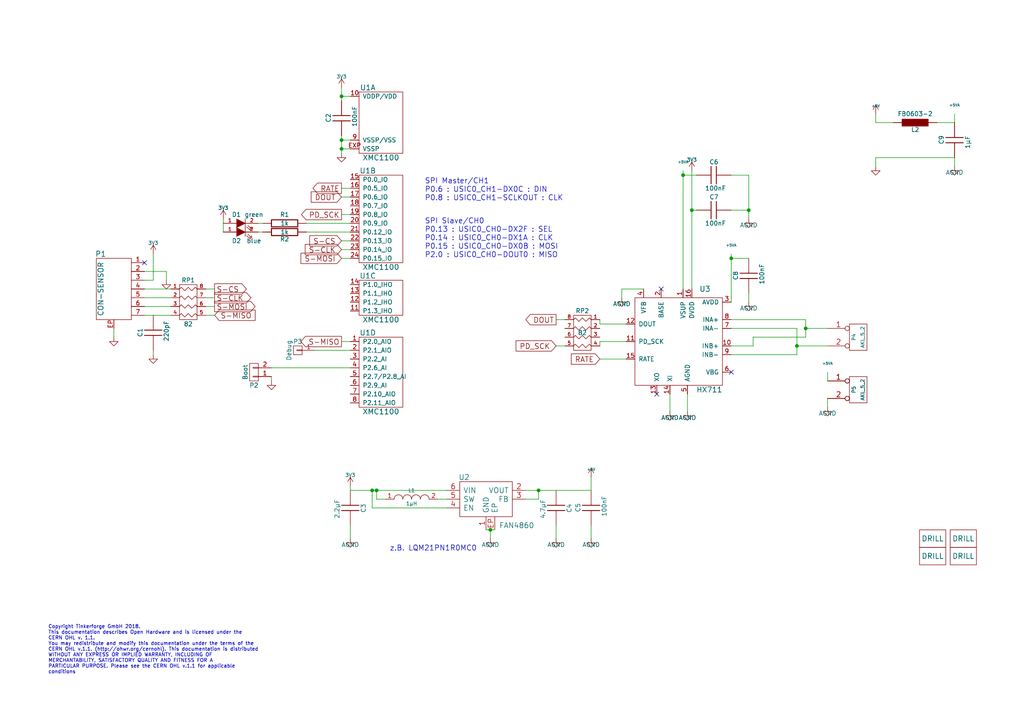
<source format=kicad_sch>
(kicad_sch (version 20230121) (generator eeschema)
  (paper "A4")
  (title_block (title "Load Cell Bricklet") (date "2018-01-11") (rev "2.0") (company "Tinkerforge GmbH") (comment 1 "Licensed under CERN OHL v.1.1") (comment 2 "Copyright (©) 2018, B.Nordmeyer <bastian@tinkerforge.com>"))
  (lib_symbols
    (symbol "tinkerforge:+5V" (power) (pin_names (offset 0))
      (property "Value" "+5V" (at 0 3.556 0))
      (symbol "+5V_0_1"
        (polyline (pts (xy -0.762 1.27) (xy 0 2.54)))
        (polyline (pts (xy 0 0) (xy 0 2.54)))
        (polyline (pts (xy 0 2.54) (xy 0.762 1.27)))
      )
      (symbol "+5V_1_1"
        (pin power_in line (at 0 0 90) (length 0) hide (name "+5V") (number "1"))
      )
    )
    (symbol "tinkerforge:3V3" (power) (pin_names (offset 0))
      (property "Value" "3V3" (at 0 3.556 0))
      (symbol "3V3_0_1"
        (polyline (pts (xy -0.762 1.27) (xy 0 2.54)))
        (polyline (pts (xy 0 0) (xy 0 2.54)))
        (polyline (pts (xy 0 2.54) (xy 0.762 1.27)))
      )
      (symbol "3V3_1_1"
        (pin power_in line (at 0 0 90) (length 0) hide (name "3V3") (number "1"))
      )
    )
    (symbol "tinkerforge:AGND" (power) (pin_names (offset 0))
      (property "Value" "AGND" (at 0 -5.08 0))
      (symbol "AGND_0_1"
        (polyline (pts (xy 0 0) (xy 0 -1.27) (xy 1.27 -1.27) (xy 0 -2.54) (xy -1.27 -1.27) (xy 0 -1.27)))
      )
      (symbol "AGND_1_1"
        (pin power_in line (at 0 0 270) (length 0) hide (name "AGND") (number "1"))
      )
    )
    (symbol "tinkerforge:C" (pin_numbers hide) (pin_names (offset 0.254))
      (property "Reference" "C" (at 1.27 2.54 0))
      (property "Value" "C" (at 1.27 -2.54 0))
      (symbol "C_0_1"
        (polyline (pts (xy -2.54 -0.762) (xy 2.54 -0.762)) (stroke (width 0.254)))
        (polyline (pts (xy -2.54 0.762) (xy 2.54 0.762)) (stroke (width 0.254)))
      )
      (symbol "C_1_1"
        (pin passive line (at 0 5.08 270) (length 4.318) (name "~") (number "1"))
        (pin passive line (at 0 -5.08 90) (length 4.318) (name "~") (number "2"))
      )
    )
    (symbol "tinkerforge:CON-SENSOR2" (pin_names (offset 1.016))
      (property "Reference" "P" (at -3.81 10.16 0))
      (property "Value" "CON-SENSOR2" (at 3.81 0 90))
      (symbol "CON-SENSOR2_0_1"
        (rectangle (start -5.08 8.89) (end 5.08 -8.89))
      )
      (symbol "CON-SENSOR2_1_1"
        (pin passive line (at -8.89 7.62 0) (length 3.81) (name "~") (number "1"))
        (pin passive line (at -8.89 5.08 0) (length 3.81) (name "~") (number "2"))
        (pin passive line (at -8.89 2.54 0) (length 3.81) (name "~") (number "3"))
        (pin passive line (at -8.89 0 0) (length 3.81) (name "~") (number "4"))
        (pin passive line (at -8.89 -2.54 0) (length 3.81) (name "~") (number "5"))
        (pin passive line (at -8.89 -5.08 0) (length 3.81) (name "~") (number "6"))
        (pin passive line (at -8.89 -7.62 0) (length 3.81) (name "~") (number "7"))
        (pin passive line (at 0 -11.43 90) (length 2.54) (name "~") (number "EP"))
      )
    )
    (symbol "tinkerforge:CONN_01X01" (pin_names (offset 1.016) hide)
      (property "Reference" "P" (at 0 2.54 0))
      (property "Value" "CONN_01X01" (at 2.54 0 90))
      (symbol "CONN_01X01_0_1"
        (rectangle (start -1.27 0.127) (end 0.254 -0.127))
        (rectangle (start -1.27 1.27) (end 1.27 -1.27))
      )
      (symbol "CONN_01X01_1_1"
        (pin passive line (at -5.08 0 0) (length 3.81) (name "P1") (number "1"))
      )
    )
    (symbol "tinkerforge:CONN_01X02" (pin_names (offset 1.016) hide)
      (property "Reference" "P" (at 0 3.81 0))
      (property "Value" "CONN_01X02" (at 2.54 0 90))
      (symbol "CONN_01X02_0_1"
        (rectangle (start -1.27 -1.143) (end 0.254 -1.397))
        (rectangle (start -1.27 1.397) (end 0.254 1.143))
        (rectangle (start -1.27 2.54) (end 1.27 -2.54))
      )
      (symbol "CONN_01X02_1_1"
        (pin passive line (at -5.08 1.27 0) (length 3.81) (name "P1") (number "1"))
        (pin passive line (at -5.08 -1.27 0) (length 3.81) (name "P2") (number "2"))
      )
    )
    (symbol "tinkerforge:CONN_2" (pin_names (offset 1.016) hide)
      (property "Reference" "P" (at -1.27 0 90))
      (property "Value" "CONN_2" (at 1.27 0 90))
      (symbol "CONN_2_0_1"
        (rectangle (start -2.54 3.81) (end 2.54 -3.81))
      )
      (symbol "CONN_2_1_1"
        (pin passive inverted (at -8.89 2.54 0) (length 6.35) (name "P1") (number "1"))
        (pin passive inverted (at -8.89 -2.54 0) (length 6.35) (name "PM") (number "2"))
      )
    )
    (symbol "tinkerforge:DRILL" (pin_numbers hide) (pin_names (offset 0) hide)
      (property "Value" "DRILL" (at 0 0 0))
      (symbol "DRILL_0_1"
        (rectangle (start -3.81 2.54) (end 3.81 -2.54))
      )
    )
    (symbol "tinkerforge:FAN4860" (pin_names (offset 1.016))
      (property "Reference" "U" (at -6.35 6.35 0))
      (property "Value" "FAN4860" (at 8.89 -7.62 0))
      (symbol "FAN4860_0_1"
        (rectangle (start -7.62 5.08) (end 7.62 -5.08))
      )
      (symbol "FAN4860_1_1"
        (pin passive line (at 0 -8.89 90) (length 3.81) (name "GND") (number "1"))
        (pin passive line (at 11.43 2.54 180) (length 3.81) (name "VOUT") (number "2"))
        (pin passive line (at 11.43 0 180) (length 3.81) (name "FB") (number "3"))
        (pin passive line (at -11.43 -2.54 0) (length 3.81) (name "EN") (number "4"))
        (pin passive line (at -11.43 0 0) (length 3.81) (name "SW") (number "5"))
        (pin passive line (at -11.43 2.54 0) (length 3.81) (name "VIN") (number "6"))
        (pin passive line (at 2.54 -8.89 90) (length 3.81) (name "EP") (number "EP"))
      )
    )
    (symbol "tinkerforge:GND" (power) (pin_names (offset 0))
      (property "Value" "GND" (at 0 -5.08 0))
      (symbol "GND_0_1"
        (polyline (pts (xy 0 0) (xy 0 -1.27) (xy 1.27 -1.27) (xy 0 -2.54) (xy -1.27 -1.27) (xy 0 -1.27)))
      )
      (symbol "GND_1_1"
        (pin power_in line (at 0 0 270) (length 0) hide (name "GND") (number "1"))
      )
    )
    (symbol "tinkerforge:HX711" (pin_names (offset 1.016))
      (property "Reference" "U" (at 7.62 15.24 0))
      (property "Value" "HX711" (at 8.89 -13.97 0))
      (symbol "HX711_0_1"
        (rectangle (start -12.7 12.7) (end 12.7 -12.7))
      )
      (symbol "HX711_1_1"
        (pin input line (at 1.27 15.24 270) (length 2.54) (name "VSUP") (number "1"))
        (pin input line (at 15.24 -1.27 180) (length 2.54) (name "INB+") (number "10"))
        (pin input line (at -15.24 0 0) (length 2.54) (name "PD_SCK") (number "11"))
        (pin input line (at -15.24 5.08 0) (length 2.54) (name "DOUT") (number "12"))
        (pin input line (at -6.35 -15.24 90) (length 2.54) (name "XO") (number "13"))
        (pin input line (at -2.54 -15.24 90) (length 2.54) (name "XI") (number "14"))
        (pin input line (at -15.24 -5.08 0) (length 2.54) (name "RATE") (number "15"))
        (pin input line (at 3.81 15.24 270) (length 2.54) (name "DVDD") (number "16"))
        (pin input line (at -5.08 15.24 270) (length 2.54) (name "BASE") (number "2"))
        (pin input line (at 15.24 11.43 180) (length 2.54) (name "AVDD") (number "3"))
        (pin input line (at -10.16 15.24 270) (length 2.54) (name "VFB") (number "4"))
        (pin input line (at 2.54 -15.24 90) (length 2.54) (name "AGND") (number "5"))
        (pin input line (at 15.24 -8.89 180) (length 2.54) (name "VBG") (number "6"))
        (pin input line (at 15.24 3.81 180) (length 2.54) (name "INA-") (number "7"))
        (pin input line (at 15.24 6.35 180) (length 2.54) (name "INA+") (number "8"))
        (pin input line (at 15.24 -3.81 180) (length 2.54) (name "INB-") (number "9"))
      )
    )
    (symbol "tinkerforge:INDUCT" (pin_numbers hide) (pin_names (offset 0))
      (property "Reference" "L" (at 2.032 0 90))
      (property "Value" "INDUCT" (at -2.54 0 90))
      (symbol "INDUCT_0_1"
        (rectangle (start -1.016 3.81) (end 1.016 -3.81) (fill (type outline)))
      )
      (symbol "INDUCT_1_1"
        (pin passive line (at 0 6.35 270) (length 2.54) (name "~") (number "1"))
        (pin passive line (at 0 -6.35 90) (length 2.54) (name "~") (number "2"))
      )
    )
    (symbol "tinkerforge:INDUCTOR" (pin_names (offset 1.016))
      (property "Reference" "L" (at 0 2.54 0))
      (property "Value" "INDUCTOR" (at 0 -2.54 0))
      (symbol "INDUCTOR_0_1"
        (arc (start -2.54 0) (mid -3.81 1.2645) (end -5.08 0))
        (arc (start 0 0) (mid -1.27 1.2645) (end -2.54 0))
        (arc (start 2.54 0) (mid 1.27 1.2645) (end 0 0))
        (arc (start 5.08 0) (mid 3.81 1.2645) (end 2.54 0))
      )
      (symbol "INDUCTOR_1_1"
        (pin input line (at -7.62 0 0) (length 2.54) (name "~") (number "1"))
        (pin input line (at 7.62 0 180) (length 2.54) (name "~") (number "2"))
      )
    )
    (symbol "tinkerforge:LED" (pin_names (offset 1.016) hide)
      (property "Reference" "D" (at 0 2.54 0))
      (property "Value" "LED" (at 0 -2.54 0))
      (symbol "LED_0_1"
        (polyline (pts (xy 1.27 1.27) (xy 1.27 -1.27)))
        (polyline (pts (xy -1.27 1.27) (xy 1.27 0) (xy -1.27 -1.27)) (fill (type outline)))
        (polyline (pts (xy 1.651 -1.016) (xy 2.794 -2.032) (xy 2.667 -1.397)))
        (polyline (pts (xy 2.032 -0.635) (xy 3.175 -1.651) (xy 3.048 -1.016)))
      )
      (symbol "LED_1_1"
        (pin passive line (at -5.08 0 0) (length 3.81) (name "A") (number "1"))
        (pin passive line (at 5.08 0 180) (length 3.81) (name "K") (number "2"))
      )
    )
    (symbol "tinkerforge:R" (pin_numbers hide) (pin_names (offset 0))
      (property "Reference" "R" (at 2.032 0 90))
      (property "Value" "R" (at 0 0 90))
      (symbol "R_0_1"
        (rectangle (start -1.016 3.81) (end 1.016 -3.81) (stroke (width 0.3048)))
      )
      (symbol "R_1_1"
        (pin passive line (at 0 6.35 270) (length 2.54) (name "~") (number "1"))
        (pin passive line (at 0 -6.35 90) (length 2.54) (name "~") (number "2"))
      )
    )
    (symbol "tinkerforge:R_PACK4" (pin_names hide)
      (property "Reference" "RP" (at 0 11.43 0))
      (property "Value" "R_PACK4" (at 0 -1.27 0))
      (symbol "R_PACK4_0_1"
        (polyline (pts (xy -2.54 10.16) (xy -2.54 0) (xy 2.54 0) (xy 2.54 10.16) (xy -2.54 10.16)))
        (polyline (pts (xy -2.54 1.27) (xy -2.032 1.778) (xy -1.016 0.762) (xy 0 1.778) (xy 1.016 0.762) (xy 2.032 1.778) (xy 2.54 1.27)))
        (polyline (pts (xy -2.54 3.81) (xy -2.032 4.318) (xy -1.016 3.302) (xy 0 4.318) (xy 1.016 3.302) (xy 2.032 4.318) (xy 2.54 3.81)))
        (polyline (pts (xy -2.54 6.35) (xy -2.032 6.858) (xy -1.016 5.842) (xy 0 6.858) (xy 1.016 5.842) (xy 2.032 6.858) (xy 2.54 6.35)))
        (polyline (pts (xy -2.54 8.89) (xy -2.032 9.398) (xy -1.016 8.382) (xy 0 9.398) (xy 1.016 8.382) (xy 2.032 9.398) (xy 2.54 8.89)))
      )
      (symbol "R_PACK4_1_1"
        (pin passive line (at -5.08 8.89 0) (length 2.54) (name "P1") (number "1"))
        (pin passive line (at -5.08 6.35 0) (length 2.54) (name "P2") (number "2"))
        (pin passive line (at -5.08 3.81 0) (length 2.54) (name "P3") (number "3"))
        (pin passive line (at -5.08 1.27 0) (length 2.54) (name "P4") (number "4"))
        (pin passive line (at 5.08 1.27 180) (length 2.54) (name "R4") (number "5"))
        (pin passive line (at 5.08 3.81 180) (length 2.54) (name "R3") (number "6"))
        (pin passive line (at 5.08 6.35 180) (length 2.54) (name "R2") (number "7"))
        (pin passive line (at 5.08 8.89 180) (length 2.54) (name "R1") (number "8"))
      )
    )
    (symbol "tinkerforge:XMC1XXX24" (pin_names (offset 1.016))
      (property "Reference" "U" (at -3.81 15.24 0))
      (property "Value" "XMC1XXX24" (at 0 -16.51 0))
      (symbol "XMC1XXX24_1_1"
        (rectangle (start -6.35 8.89) (end 6.35 -8.89))
        (pin passive line (at -8.89 7.62 0) (length 2.54) (name "VDDP/VDD") (number "10"))
        (pin passive line (at -8.89 -5.08 0) (length 2.54) (name "VSSP/VSS") (number "9"))
        (pin passive line (at -8.89 -7.62 0) (length 2.54) (name "VSSP") (number "EXP"))
      )
      (symbol "XMC1XXX24_2_1"
        (rectangle (start -6.35 12.7) (end 6.35 -12.7))
        (pin passive line (at -8.89 11.43 0) (length 2.54) (name "P0.0_IO") (number "15"))
        (pin passive line (at -8.89 8.89 0) (length 2.54) (name "P0.5_IO") (number "16"))
        (pin passive line (at -8.89 6.35 0) (length 2.54) (name "P0.6_IO") (number "17"))
        (pin passive line (at -8.89 3.81 0) (length 2.54) (name "P0.7_IO") (number "18"))
        (pin passive line (at -8.89 1.27 0) (length 2.54) (name "P0.8_IO") (number "19"))
        (pin passive line (at -8.89 -1.27 0) (length 2.54) (name "P0.9_IO") (number "20"))
        (pin passive line (at -8.89 -3.81 0) (length 2.54) (name "P0.12_IO") (number "21"))
        (pin passive line (at -8.89 -6.35 0) (length 2.54) (name "P0.13_IO") (number "22"))
        (pin passive line (at -8.89 -8.89 0) (length 2.54) (name "P0.14_IO") (number "23"))
        (pin passive line (at -8.89 -11.43 0) (length 2.54) (name "P0.15_IO") (number "24"))
      )
      (symbol "XMC1XXX24_3_1"
        (rectangle (start -6.35 5.08) (end 6.35 -5.08))
        (pin passive line (at -8.89 -3.81 0) (length 2.54) (name "P1.3_IHO") (number "11"))
        (pin passive line (at -8.89 -1.27 0) (length 2.54) (name "P1.2_IHO") (number "12"))
        (pin passive line (at -8.89 1.27 0) (length 2.54) (name "P1.1_IHO") (number "13"))
        (pin passive line (at -8.89 3.81 0) (length 2.54) (name "P1.0_IHO") (number "14"))
      )
      (symbol "XMC1XXX24_4_1"
        (rectangle (start -6.35 10.16) (end 6.35 -10.16))
        (pin passive line (at -8.89 8.89 0) (length 2.54) (name "P2.0_AIO") (number "1"))
        (pin passive line (at -8.89 6.35 0) (length 2.54) (name "P2.1_AIO") (number "2"))
        (pin passive line (at -8.89 3.81 0) (length 2.54) (name "P2.2_AI") (number "3"))
        (pin passive line (at -8.89 1.27 0) (length 2.54) (name "P2.6_AI") (number "4"))
        (pin passive line (at -8.89 -1.27 0) (length 2.54) (name "P2.7/P2.8_AI") (number "5"))
        (pin passive line (at -8.89 -3.81 0) (length 2.54) (name "P2.9_AI") (number "6"))
        (pin passive line (at -8.89 -6.35 0) (length 2.54) (name "P2.10_AIO") (number "7"))
        (pin passive line (at -8.89 -8.89 0) (length 2.54) (name "P2.11_AIO") (number "8"))
      )
    )
  )
  (junction (at 142.24 153.67))
  (junction (at 200.66 60.96))
  (junction (at 233.68 95.25))
  (junction (at 107.95 142.24))
  (junction (at 109.22 142.24))
  (junction (at 231.14 100.33))
  (junction (at 99.06 27.94))
  (junction (at 212.09 74.93))
  (junction (at 198.12 50.8))
  (junction (at 99.06 40.64))
  (junction (at 156.21 142.24))
  (junction (at 99.06 43.18))
  (junction (at 217.17 60.96))
  (no_connect (at 212.09 107.95))
  (no_connect (at 41.91 76.2))
  (no_connect (at 190.5 114.3))
  (no_connect (at 191.77 83.82))
  (wire (pts (xy 194.31 119.38) (xy 194.31 114.3)))
  (wire (pts (xy 64.77 63.5) (xy 64.77 67.31)))
  (wire (pts (xy 101.6 27.94) (xy 99.06 27.94)))
  (wire (pts (xy 173.99 104.14) (xy 181.61 104.14)))
  (wire (pts (xy 254 48.26) (xy 254 45.72)))
  (wire (pts (xy 212.09 74.93) (xy 212.09 87.63)))
  (wire (pts (xy 107.95 142.24) (xy 109.22 142.24)))
  (wire (pts (xy 259.08 35.56) (xy 254 35.56)))
  (wire (pts (xy 107.95 147.32) (xy 107.95 142.24)))
  (wire (pts (xy 200.66 60.96) (xy 200.66 83.82)))
  (wire (pts (xy 233.68 95.25) (xy 233.68 92.71)))
  (wire (pts (xy 198.12 50.8) (xy 201.93 50.8)))
  (wire (pts (xy 181.61 99.06) (xy 173.99 99.06)))
  (wire (pts (xy 161.29 100.33) (xy 163.83 100.33)))
  (wire (pts (xy 129.54 147.32) (xy 107.95 147.32)))
  (wire (pts (xy 99.06 99.06) (xy 101.6 99.06)))
  (wire (pts (xy 101.6 74.93) (xy 99.06 74.93)))
  (wire (pts (xy 76.2 64.77) (xy 74.93 64.77)))
  (wire (pts (xy 233.68 92.71) (xy 212.09 92.71)))
  (wire (pts (xy 49.53 88.9) (xy 41.91 88.9)))
  (wire (pts (xy 240.03 118.11) (xy 240.03 115.57)))
  (wire (pts (xy 218.44 97.79) (xy 233.68 97.79)))
  (wire (pts (xy 101.6 156.21) (xy 101.6 152.4)))
  (wire (pts (xy 109.22 142.24) (xy 129.54 142.24)))
  (wire (pts (xy 240.03 110.49) (xy 240.03 107.95)))
  (wire (pts (xy 41.91 91.44) (xy 49.53 91.44)))
  (wire (pts (xy 161.29 92.71) (xy 163.83 92.71)))
  (wire (pts (xy 101.6 40.64) (xy 99.06 40.64)))
  (wire (pts (xy 200.66 49.53) (xy 200.66 60.96)))
  (wire (pts (xy 62.23 91.44) (xy 59.69 91.44)))
  (wire (pts (xy 200.66 60.96) (xy 201.93 60.96)))
  (wire (pts (xy 231.14 102.87) (xy 212.09 102.87)))
  (wire (pts (xy 217.17 50.8) (xy 217.17 60.96)))
  (wire (pts (xy 49.53 83.82) (xy 41.91 83.82)))
  (wire (pts (xy 33.02 97.79) (xy 33.02 95.25)))
  (wire (pts (xy 78.74 110.49) (xy 78.74 109.22)))
  (wire (pts (xy 62.23 88.9) (xy 59.69 88.9)))
  (wire (pts (xy 59.69 86.36) (xy 62.23 86.36)))
  (wire (pts (xy 231.14 95.25) (xy 231.14 100.33)))
  (wire (pts (xy 41.91 86.36) (xy 49.53 86.36)))
  (wire (pts (xy 99.06 69.85) (xy 101.6 69.85)))
  (wire (pts (xy 140.97 153.67) (xy 142.24 153.67)))
  (wire (pts (xy 171.45 142.24) (xy 171.45 138.43)))
  (wire (pts (xy 62.23 83.82) (xy 59.69 83.82)))
  (wire (pts (xy 212.09 50.8) (xy 217.17 50.8)))
  (wire (pts (xy 101.6 57.15) (xy 99.06 57.15)))
  (wire (pts (xy 276.86 45.72) (xy 276.86 48.26)))
  (wire (pts (xy 199.39 119.38) (xy 199.39 114.3)))
  (wire (pts (xy 101.6 140.97) (xy 101.6 142.24)))
  (wire (pts (xy 173.99 93.98) (xy 173.99 92.71)))
  (wire (pts (xy 142.24 153.67) (xy 142.24 156.21)))
  (wire (pts (xy 101.6 142.24) (xy 107.95 142.24)))
  (wire (pts (xy 171.45 156.21) (xy 171.45 152.4)))
  (wire (pts (xy 152.4 142.24) (xy 156.21 142.24)))
  (wire (pts (xy 173.99 93.98) (xy 181.61 93.98)))
  (wire (pts (xy 217.17 60.96) (xy 217.17 63.5)))
  (wire (pts (xy 218.44 100.33) (xy 218.44 97.79)))
  (wire (pts (xy 99.06 44.45) (xy 99.06 43.18)))
  (wire (pts (xy 99.06 27.94) (xy 99.06 29.21)))
  (wire (pts (xy 48.26 78.74) (xy 41.91 78.74)))
  (wire (pts (xy 101.6 72.39) (xy 99.06 72.39)))
  (wire (pts (xy 156.21 142.24) (xy 171.45 142.24)))
  (wire (pts (xy 276.86 33.02) (xy 276.86 35.56)))
  (wire (pts (xy 101.6 67.31) (xy 88.9 67.31)))
  (wire (pts (xy 99.06 43.18) (xy 99.06 40.64)))
  (wire (pts (xy 276.86 35.56) (xy 271.78 35.56)))
  (wire (pts (xy 129.54 144.78) (xy 127 144.78)))
  (wire (pts (xy 74.93 67.31) (xy 76.2 67.31)))
  (wire (pts (xy 254 35.56) (xy 254 33.02)))
  (wire (pts (xy 254 45.72) (xy 276.86 45.72)))
  (wire (pts (xy 48.26 78.74) (xy 48.26 81.28)))
  (wire (pts (xy 212.09 73.66) (xy 212.09 74.93)))
  (wire (pts (xy 41.91 81.28) (xy 44.45 81.28)))
  (wire (pts (xy 111.76 144.78) (xy 109.22 144.78)))
  (wire (pts (xy 233.68 95.25) (xy 240.03 95.25)))
  (wire (pts (xy 231.14 100.33) (xy 240.03 100.33)))
  (wire (pts (xy 212.09 100.33) (xy 218.44 100.33)))
  (wire (pts (xy 198.12 49.53) (xy 198.12 50.8)))
  (wire (pts (xy 99.06 40.64) (xy 99.06 39.37)))
  (wire (pts (xy 161.29 156.21) (xy 161.29 152.4)))
  (wire (pts (xy 109.22 144.78) (xy 109.22 142.24)))
  (wire (pts (xy 99.06 54.61) (xy 101.6 54.61)))
  (wire (pts (xy 212.09 74.93) (xy 217.17 74.93)))
  (wire (pts (xy 101.6 62.23) (xy 99.06 62.23)))
  (wire (pts (xy 44.45 102.87) (xy 44.45 101.6)))
  (wire (pts (xy 142.24 153.67) (xy 143.51 153.67)))
  (wire (pts (xy 186.69 83.82) (xy 180.34 83.82)))
  (wire (pts (xy 152.4 144.78) (xy 156.21 144.78)))
  (wire (pts (xy 173.99 99.06) (xy 173.99 100.33)))
  (wire (pts (xy 233.68 97.79) (xy 233.68 95.25)))
  (wire (pts (xy 217.17 87.63) (xy 217.17 85.09)))
  (wire (pts (xy 101.6 101.6) (xy 91.44 101.6)))
  (wire (pts (xy 44.45 81.28) (xy 44.45 73.66)))
  (wire (pts (xy 101.6 43.18) (xy 99.06 43.18)))
  (wire (pts (xy 156.21 144.78) (xy 156.21 142.24)))
  (wire (pts (xy 99.06 25.4) (xy 99.06 27.94)))
  (wire (pts (xy 212.09 95.25) (xy 231.14 95.25)))
  (wire (pts (xy 231.14 100.33) (xy 231.14 102.87)))
  (wire (pts (xy 198.12 50.8) (xy 198.12 83.82)))
  (wire (pts (xy 88.9 64.77) (xy 101.6 64.77)))
  (wire (pts (xy 180.34 83.82) (xy 180.34 86.36)))
  (wire (pts (xy 212.09 60.96) (xy 217.17 60.96)))
  (wire (pts (xy 78.74 106.68) (xy 101.6 106.68)))
  (text "Copyright Tinkerforge GmbH 2018.\nThis documentation describes Open Hardware and is licensed under the\nCERN OHL v. 1.1.\nYou may redistribute and modify this documentation under the terms of the\nCERN OHL v.1.1. (http://ohwr.org/cernohl). This documentation is distributed\nWITHOUT ANY EXPRESS OR IMPLIED WARRANTY, INCLUDING OF\nMERCHANTABILITY, SATISFACTORY QUALITY AND FITNESS FOR A\nPARTICULAR PURPOSE. Please see the CERN OHL v.1.1 for applicable\nconditions\n" (at 13.97 195.58 0) (effects (font (size 1.016 1.016)) (justify left bottom)))
  (text "z.B. LQM21PN1R0MC0" (at 113.03 160.02 0) (effects (font (size 1.524 1.524)) (justify left bottom)))
  (text "SPI Master/CH1\nP0.6 : USIC0_CH1-DX0C : DIN\nP0.8 : USIC0_CH1-SCLKOUT : CLK" (at 123.19 58.42 0) (effects (font (size 1.524 1.524)) (justify left bottom)))
  (text "SPI Slave/CH0\nP0.13 : USIC0_CH0-DX2F : SEL\nP0.14 : USIC0_CH0-DX1A : CLK\nP0.15 : USIC0_CH0-DX0B : MOSI\nP2.0 : USIC0_CH0-DOUT0 : MISO" (at 123.19 74.93 0) (effects (font (size 1.524 1.524)) (justify left bottom)))
  (global_label "S-MISO" (shape input) (at 62.23 91.44 0) (effects (font (size 1.524 1.524))) (property "Intersheetrefs" "${INTERSHEET_REFS}" (effects hide)))
  (global_label "RATE" (shape output) (at 99.06 54.61 180) (effects (font (size 1.524 1.524))) (property "Intersheetrefs" "${INTERSHEET_REFS}" (effects hide)))
  (global_label "S-MOSI" (shape input) (at 99.06 74.93 180) (effects (font (size 1.524 1.524))) (property "Intersheetrefs" "${INTERSHEET_REFS}" (effects hide)))
  (global_label "S-MISO" (shape output) (at 99.06 99.06 180) (effects (font (size 1.524 1.524))) (property "Intersheetrefs" "${INTERSHEET_REFS}" (effects hide)))
  (global_label "S-MOSI" (shape output) (at 62.23 88.9 0) (effects (font (size 1.524 1.524))) (property "Intersheetrefs" "${INTERSHEET_REFS}" (effects hide)))
  (global_label "DOUT" (shape output) (at 161.29 92.71 180) (effects (font (size 1.524 1.524))) (property "Intersheetrefs" "${INTERSHEET_REFS}" (effects hide)))
  (global_label "PD_SCK" (shape input) (at 161.29 100.33 180) (effects (font (size 1.524 1.524))) (property "Intersheetrefs" "${INTERSHEET_REFS}" (effects hide)))
  (global_label "S-CLK" (shape input) (at 99.06 72.39 180) (effects (font (size 1.524 1.524))) (property "Intersheetrefs" "${INTERSHEET_REFS}" (effects hide)))
  (global_label "PD_SCK" (shape output) (at 99.06 62.23 180) (effects (font (size 1.524 1.524))) (property "Intersheetrefs" "${INTERSHEET_REFS}" (effects hide)))
  (global_label "RATE" (shape input) (at 173.99 104.14 180) (effects (font (size 1.524 1.524))) (property "Intersheetrefs" "${INTERSHEET_REFS}" (effects hide)))
  (global_label "S-CLK" (shape output) (at 62.23 86.36 0) (effects (font (size 1.524 1.524))) (property "Intersheetrefs" "${INTERSHEET_REFS}" (effects hide)))
  (global_label "S-CS" (shape output) (at 62.23 83.82 0) (effects (font (size 1.524 1.524))) (property "Intersheetrefs" "${INTERSHEET_REFS}" (effects hide)))
  (global_label "S-CS" (shape input) (at 99.06 69.85 180) (effects (font (size 1.524 1.524))) (property "Intersheetrefs" "${INTERSHEET_REFS}" (effects hide)))
  (global_label "DOUT" (shape input) (at 99.06 57.15 180) (effects (font (size 1.524 1.524))) (property "Intersheetrefs" "${INTERSHEET_REFS}" (effects hide)))
  (symbol (lib_id "tinkerforge:CON-SENSOR2") (at 33.02 83.82 0) (mirror y) (unit 1)
    (property "Reference" "P1" (at 29.21 73.66 0) (effects (font (size 1.524 1.524))))
    (property "Value" "CON-SENSOR" (at 29.21 83.82 90) (effects (font (size 1.524 1.524))))
    (property "Footprint" "kicad-libraries:CON-SENSOR2" (effects hide))
  )
  (symbol (lib_id "tinkerforge:GND") (at 33.02 97.79 0) (unit 1)
    (property "Reference" "#PWR02" (effects hide))
    (property "Value" "GND" (effects hide))
  )
  (symbol (lib_id "tinkerforge:GND") (at 48.26 81.28 0) (unit 1)
    (property "Reference" "#PWR01" (effects hide))
    (property "Value" "GND" (effects hide))
  )
  (symbol (lib_id "tinkerforge:CONN_2") (at 248.92 113.03 0) (unit 1)
    (property "Reference" "P5" (at 247.65 113.03 90) (effects (font (size 1.016 1.016))))
    (property "Value" "AKL_5_2" (at 250.19 113.03 90) (effects (font (size 1.016 1.016))))
    (property "Footprint" "kicad-libraries:AKL_5_2" (effects hide))
  )
  (symbol (lib_id "tinkerforge:DRILL") (at 279.4 156.21 0) (unit 1)
    (property "Reference" "U6" (effects hide))
    (property "Value" "DRILL" (at 279.4 156.21 0) (effects (font (size 1.524 1.524))))
    (property "Footprint" "kicad-libraries:DRILL_NP" (effects hide))
  )
  (symbol (lib_id "tinkerforge:DRILL") (at 279.4 161.29 0) (unit 1)
    (property "Reference" "U7" (effects hide))
    (property "Value" "DRILL" (at 279.4 161.29 0) (effects (font (size 1.524 1.524))))
    (property "Footprint" "kicad-libraries:DRILL_NP" (effects hide))
  )
  (symbol (lib_id "tinkerforge:DRILL") (at 270.51 161.29 0) (unit 1)
    (property "Reference" "U5" (effects hide))
    (property "Value" "DRILL" (at 270.51 161.29 0) (effects (font (size 1.524 1.524))))
    (property "Footprint" "kicad-libraries:DRILL_NP" (effects hide))
  )
  (symbol (lib_id "tinkerforge:DRILL") (at 270.51 156.21 0) (unit 1)
    (property "Reference" "U4" (effects hide))
    (property "Value" "DRILL" (at 270.51 156.21 0) (effects (font (size 1.524 1.524))))
    (property "Footprint" "kicad-libraries:DRILL_NP" (effects hide))
  )
  (symbol (lib_id "tinkerforge:CONN_2") (at 248.92 97.79 0) (unit 1)
    (property "Reference" "P4" (at 247.65 97.79 90) (effects (font (size 1.016 1.016))))
    (property "Value" "AKL_5_2" (at 250.19 97.79 90) (effects (font (size 1.016 1.016))))
    (property "Footprint" "kicad-libraries:AKL_5_2" (effects hide))
  )
  (symbol (lib_id "tinkerforge:3V3") (at 44.45 73.66 0) (unit 1)
    (property "Reference" "#PWR03" (effects hide))
    (property "Value" "3V3" (at 44.45 70.485 0) (effects (font (size 1.016 1.016))))
  )
  (symbol (lib_id "tinkerforge:HX711") (at 196.85 99.06 0) (unit 1)
    (property "Reference" "U3" (at 204.47 83.82 0) (effects (font (size 1.524 1.524))))
    (property "Value" "HX711" (at 205.74 113.03 0) (effects (font (size 1.524 1.524))))
    (property "Footprint" "kicad-libraries:SOP16L" (effects hide))
  )
  (symbol (lib_id "tinkerforge:INDUCT") (at 265.43 35.56 270) (unit 1)
    (property "Reference" "L2" (at 265.43 37.592 90))
    (property "Value" "FB0603-2" (at 265.43 33.02 90))
    (property "Footprint" "kicad-libraries:R0603F" (effects hide))
  )
  (symbol (lib_id "tinkerforge:C") (at 276.86 40.64 0) (unit 1)
    (property "Reference" "C9" (at 273.05 41.91 90) (effects (justify left)))
    (property "Value" "1µF" (at 280.67 43.18 90) (effects (justify left)))
    (property "Footprint" "kicad-libraries:C0603F" (effects hide))
  )
  (symbol (lib_id "tinkerforge:AGND") (at 199.39 119.38 0) (unit 1)
    (property "Reference" "#PWR04" (effects hide))
    (property "Value" "AGND" (at 199.39 121.158 0))
  )
  (symbol (lib_id "tinkerforge:AGND") (at 194.31 119.38 0) (unit 1)
    (property "Reference" "#PWR05" (effects hide))
    (property "Value" "AGND" (at 194.31 121.158 0))
  )
  (symbol (lib_id "tinkerforge:AGND") (at 276.86 48.26 0) (unit 1)
    (property "Reference" "#PWR06" (effects hide))
    (property "Value" "AGND" (at 276.86 50.038 0))
  )
  (symbol (lib_id "tinkerforge:GND") (at 254 48.26 0) (unit 1)
    (property "Reference" "#PWR07" (effects hide))
    (property "Value" "GND" (effects hide))
  )
  (symbol (lib_id "tinkerforge:C") (at 207.01 60.96 270) (unit 1)
    (property "Reference" "C7" (at 205.74 57.15 90) (effects (justify left)))
    (property "Value" "100nF" (at 204.47 64.77 90) (effects (justify left)))
    (property "Footprint" "kicad-libraries:C0603F" (effects hide))
  )
  (symbol (lib_id "tinkerforge:C") (at 217.17 80.01 0) (unit 1)
    (property "Reference" "C8" (at 213.36 81.28 90) (effects (justify left)))
    (property "Value" "100nF" (at 220.98 82.55 90) (effects (justify left)))
    (property "Footprint" "kicad-libraries:C0603F" (effects hide))
  )
  (symbol (lib_id "tinkerforge:AGND") (at 180.34 86.36 0) (unit 1)
    (property "Reference" "#PWR08" (effects hide))
    (property "Value" "AGND" (at 180.34 88.138 0))
  )
  (symbol (lib_id "tinkerforge:AGND") (at 217.17 87.63 0) (unit 1)
    (property "Reference" "#PWR09" (effects hide))
    (property "Value" "AGND" (at 217.17 89.408 0))
  )
  (symbol (lib_id "tinkerforge:C") (at 207.01 50.8 270) (unit 1)
    (property "Reference" "C6" (at 205.74 46.99 90) (effects (justify left)))
    (property "Value" "100nF" (at 204.47 54.61 90) (effects (justify left)))
    (property "Footprint" "kicad-libraries:C0603F" (effects hide))
  )
  (symbol (lib_id "tinkerforge:3V3") (at 200.66 49.53 0) (unit 1)
    (property "Reference" "#PWR010" (effects hide))
    (property "Value" "3V3" (at 200.66 46.355 0) (effects (font (size 1.016 1.016))))
  )
  (symbol (lib_id "tinkerforge:AGND") (at 217.17 63.5 0) (unit 1)
    (property "Reference" "#PWR011" (effects hide))
    (property "Value" "AGND" (at 217.17 65.278 0))
  )
  (symbol (lib_id "tinkerforge:AGND") (at 240.03 118.11 0) (unit 1)
    (property "Reference" "#PWR012" (effects hide))
    (property "Value" "AGND" (at 240.03 119.888 0))
  )
  (symbol (lib_id "tinkerforge:FAN4860") (at 140.97 144.78 0) (unit 1)
    (property "Reference" "U2" (at 134.62 138.43 0) (effects (font (size 1.524 1.524))))
    (property "Value" "FAN4860" (at 149.86 152.4 0) (effects (font (size 1.524 1.524))))
    (property "Footprint" "kicad-libraries:UMLP_22" (effects hide))
  )
  (symbol (lib_id "tinkerforge:INDUCTOR") (at 119.38 144.78 0) (unit 1)
    (property "Reference" "L1" (at 119.38 142.24 0) (effects (font (size 1.016 1.016))))
    (property "Value" "1µH" (at 119.38 146.05 0) (effects (font (size 1.016 1.016))))
    (property "Footprint" "kicad-libraries:C0805" (effects hide))
  )
  (symbol (lib_id "tinkerforge:C") (at 101.6 147.32 180) (unit 1)
    (property "Reference" "C3" (at 105.41 146.05 90) (effects (justify left)))
    (property "Value" "2.2µF" (at 97.79 144.78 90) (effects (justify left)))
    (property "Footprint" "kicad-libraries:C0603F" (effects hide))
  )
  (symbol (lib_id "tinkerforge:AGND") (at 142.24 156.21 0) (unit 1)
    (property "Reference" "#PWR013" (effects hide))
    (property "Value" "AGND" (at 142.24 157.988 0))
  )
  (symbol (lib_id "tinkerforge:C") (at 161.29 147.32 180) (unit 1)
    (property "Reference" "C4" (at 165.1 146.05 90) (effects (justify left)))
    (property "Value" "4.7µF" (at 157.48 144.78 90) (effects (justify left)))
    (property "Footprint" "kicad-libraries:C0603F" (effects hide))
  )
  (symbol (lib_id "tinkerforge:AGND") (at 101.6 156.21 0) (unit 1)
    (property "Reference" "#PWR014" (effects hide))
    (property "Value" "AGND" (at 101.6 157.988 0))
  )
  (symbol (lib_id "tinkerforge:AGND") (at 161.29 156.21 0) (unit 1)
    (property "Reference" "#PWR015" (effects hide))
    (property "Value" "AGND" (at 161.29 157.988 0))
  )
  (symbol (lib_id "tinkerforge:3V3") (at 101.6 140.97 0) (unit 1)
    (property "Reference" "#PWR016" (effects hide))
    (property "Value" "3V3" (at 101.6 137.795 0) (effects (font (size 1.016 1.016))))
  )
  (symbol (lib_id "tinkerforge:+5V") (at 171.45 138.43 0) (unit 1)
    (property "Reference" "#PWR017" (effects hide))
    (property "Value" "+5V" (at 171.45 136.144 0) (effects (font (size 0.762 0.762))))
  )
  (symbol (lib_id "tinkerforge:C") (at 171.45 147.32 0) (unit 1)
    (property "Reference" "C5" (at 167.64 148.59 90) (effects (justify left)))
    (property "Value" "100nF" (at 175.26 149.86 90) (effects (justify left)))
    (property "Footprint" "kicad-libraries:C0603F" (effects hide))
  )
  (symbol (lib_id "tinkerforge:AGND") (at 171.45 156.21 0) (unit 1)
    (property "Reference" "#PWR018" (effects hide))
    (property "Value" "AGND" (at 171.45 157.988 0))
  )
  (symbol (lib_id "tinkerforge:+5V") (at 254 33.02 0) (unit 1)
    (property "Reference" "#PWR019" (effects hide))
    (property "Value" "+5V" (at 254 30.734 0) (effects (font (size 0.762 0.762))))
  )
  (symbol (lib_id "tinkerforge:+5VA") (at 276.86 33.02 0) (unit 1)
    (property "Reference" "#PWR020" (effects hide))
    (property "Value" "+5VA" (at 276.86 30.48 0) (effects (font (size 0.762 0.762))))
  )
  (symbol (lib_id "tinkerforge:+5VA") (at 198.12 49.53 0) (unit 1)
    (property "Reference" "#PWR021" (effects hide))
    (property "Value" "+5VA" (at 198.12 46.99 0) (effects (font (size 0.762 0.762))))
  )
  (symbol (lib_id "tinkerforge:+5VA") (at 212.09 73.66 0) (unit 1)
    (property "Reference" "#PWR022" (effects hide))
    (property "Value" "+5VA" (at 212.09 71.12 0) (effects (font (size 0.762 0.762))))
  )
  (symbol (lib_id "tinkerforge:+5VA") (at 240.03 107.95 0) (unit 1)
    (property "Reference" "#PWR023" (effects hide))
    (property "Value" "+5VA" (at 240.03 105.41 0) (effects (font (size 0.762 0.762))))
  )
  (symbol (lib_id "tinkerforge:XMC1XXX24") (at 110.49 35.56 0) (unit 1)
    (property "Reference" "U1" (at 106.68 25.4 0) (effects (font (size 1.524 1.524))))
    (property "Value" "XMC1100" (at 110.49 45.72 0) (effects (font (size 1.524 1.524))))
    (property "Footprint" "kicad-libraries:QFN24-4x4mm-0.5mm" (effects hide))
  )
  (symbol (lib_id "tinkerforge:XMC1XXX24") (at 110.49 63.5 0) (unit 2)
    (property "Reference" "U1" (at 106.68 49.53 0) (effects (font (size 1.524 1.524))))
    (property "Value" "XMC1100" (at 110.49 77.47 0) (effects (font (size 1.524 1.524))))
    (property "Footprint" "kicad-libraries:QFN24-4x4mm-0.5mm" (effects hide))
  )
  (symbol (lib_id "tinkerforge:XMC1XXX24") (at 110.49 86.36 0) (unit 3)
    (property "Reference" "U1" (at 106.68 80.01 0) (effects (font (size 1.524 1.524))))
    (property "Value" "XMC1100" (at 110.49 92.71 0) (effects (font (size 1.524 1.524))))
    (property "Footprint" "kicad-libraries:QFN24-4x4mm-0.5mm" (effects hide))
  )
  (symbol (lib_id "tinkerforge:XMC1XXX24") (at 110.49 107.95 0) (unit 4)
    (property "Reference" "U1" (at 106.68 96.52 0) (effects (font (size 1.524 1.524))))
    (property "Value" "XMC1100" (at 110.49 119.38 0) (effects (font (size 1.524 1.524))))
    (property "Footprint" "kicad-libraries:QFN24-4x4mm-0.5mm" (effects hide))
  )
  (symbol (lib_id "tinkerforge:C") (at 99.06 34.29 0) (unit 1)
    (property "Reference" "C2" (at 95.25 35.56 90) (effects (justify left)))
    (property "Value" "100nF" (at 102.87 36.83 90) (effects (justify left)))
    (property "Footprint" "kicad-libraries:C0603F" (effects hide))
  )
  (symbol (lib_id "tinkerforge:GND") (at 99.06 44.45 0) (unit 1)
    (property "Reference" "#PWR024" (effects hide))
    (property "Value" "GND" (effects hide))
  )
  (symbol (lib_id "tinkerforge:3V3") (at 99.06 25.4 0) (unit 1)
    (property "Reference" "#PWR025" (effects hide))
    (property "Value" "3V3" (at 99.06 22.225 0) (effects (font (size 1.016 1.016))))
  )
  (symbol (lib_id "tinkerforge:R_PACK4") (at 54.61 92.71 0) (unit 1)
    (property "Reference" "RP1" (at 54.61 81.28 0))
    (property "Value" "82" (at 54.61 93.98 0))
    (property "Footprint" "kicad-libraries:4X0402" (effects hide))
  )
  (symbol (lib_id "tinkerforge:C") (at 44.45 96.52 0) (unit 1)
    (property "Reference" "C1" (at 40.64 97.79 90) (effects (justify left)))
    (property "Value" "220pF" (at 48.26 99.06 90) (effects (justify left)))
    (property "Footprint" "kicad-libraries:C0402F" (effects hide))
  )
  (symbol (lib_id "tinkerforge:GND") (at 44.45 102.87 0) (unit 1)
    (property "Reference" "#PWR026" (effects hide))
    (property "Value" "GND" (effects hide))
  )
  (symbol (lib_id "tinkerforge:CONN_01X01") (at 86.36 101.6 0) (mirror y) (unit 1)
    (property "Reference" "P3" (at 86.36 99.06 0))
    (property "Value" "Debug" (at 83.82 101.6 90))
    (property "Footprint" "kicad-libraries:DEBUG_PAD" (effects hide))
  )
  (symbol (lib_id "tinkerforge:CONN_01X02") (at 73.66 107.95 180) (unit 1)
    (property "Reference" "P2" (at 73.66 111.76 0))
    (property "Value" "Boot" (at 71.12 107.95 90))
    (property "Footprint" "kicad-libraries:SolderJumper" (effects hide))
  )
  (symbol (lib_id "tinkerforge:GND") (at 78.74 110.49 0) (unit 1)
    (property "Reference" "#PWR027" (effects hide))
    (property "Value" "GND" (effects hide))
  )
  (symbol (lib_id "tinkerforge:LED") (at 69.85 64.77 0) (unit 1)
    (property "Reference" "D1" (at 68.58 62.23 0))
    (property "Value" "green" (at 73.66 62.23 0))
    (property "Footprint" "kicad-libraries:D0603F" (effects hide))
  )
  (symbol (lib_id "tinkerforge:R") (at 82.55 64.77 270) (unit 1)
    (property "Reference" "R1" (at 82.55 62.23 90))
    (property "Value" "1k" (at 82.55 64.77 90))
    (property "Footprint" "kicad-libraries:R0603F" (effects hide))
  )
  (symbol (lib_id "tinkerforge:3V3") (at 64.77 63.5 0) (unit 1)
    (property "Reference" "#PWR028" (effects hide))
    (property "Value" "3V3" (at 64.77 60.325 0) (effects (font (size 1.016 1.016))))
  )
  (symbol (lib_id "tinkerforge:LED") (at 69.85 67.31 0) (unit 1)
    (property "Reference" "D2" (at 68.58 69.85 0))
    (property "Value" "blue" (at 73.66 69.85 0))
    (property "Footprint" "kicad-libraries:D0603F" (effects hide))
  )
  (symbol (lib_id "tinkerforge:R") (at 82.55 67.31 270) (unit 1)
    (property "Reference" "R2" (at 82.55 69.342 90))
    (property "Value" "1k" (at 82.55 67.31 90))
    (property "Footprint" "kicad-libraries:R0603F" (effects hide))
  )
  (symbol (lib_id "tinkerforge:R_PACK4") (at 168.91 101.6 0) (mirror y) (unit 1)
    (property "Reference" "RP2" (at 168.91 90.17 0))
    (property "Value" "82" (at 168.91 96.52 0))
    (property "Footprint" "kicad-libraries:4X0402" (effects hide))
  )
)
</source>
